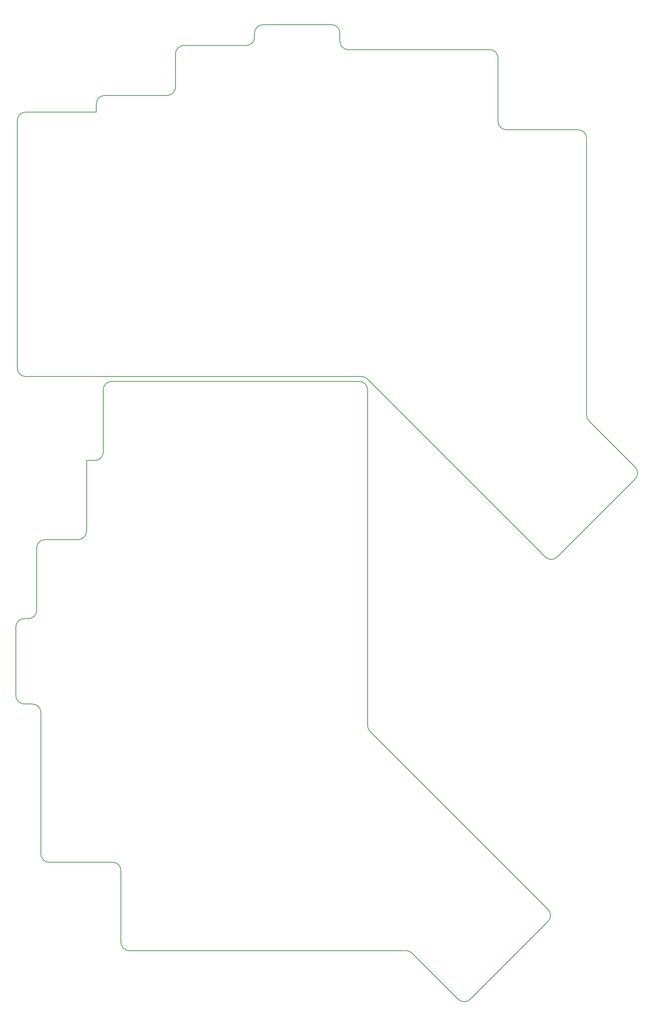
<source format=gbr>
%TF.GenerationSoftware,KiCad,Pcbnew,(6.0.7)*%
%TF.CreationDate,2022-08-26T13:32:48+02:00*%
%TF.ProjectId,lenz03_wired,6c656e7a-3033-45f7-9769-7265642e6b69,v1.0.0*%
%TF.SameCoordinates,Original*%
%TF.FileFunction,Profile,NP*%
%FSLAX46Y46*%
G04 Gerber Fmt 4.6, Leading zero omitted, Abs format (unit mm)*
G04 Created by KiCad (PCBNEW (6.0.7)) date 2022-08-26 13:32:48*
%MOMM*%
%LPD*%
G01*
G04 APERTURE LIST*
%TA.AperFunction,Profile*%
%ADD10C,0.150000*%
%TD*%
G04 APERTURE END LIST*
D10*
X107616317Y-235797790D02*
G75*
G03*
X106202107Y-235212000I-1414217J-1414210D01*
G01*
X50760000Y-27787000D02*
X50760000Y-19787000D01*
X121531058Y-246884096D02*
X140269387Y-228145766D01*
X71760000Y-12787000D02*
X88260000Y-12787000D01*
X12760000Y-95287000D02*
X12760000Y-35787000D01*
X33760000Y-29787000D02*
X48760000Y-29787000D01*
X52760000Y-17787000D02*
X67760000Y-17787000D01*
X161182052Y-121907014D02*
G75*
G03*
X161182096Y-119078630I-1414152J1414214D01*
G01*
X67760000Y-17787000D02*
G75*
G03*
X69760000Y-15787000I0J2000000D01*
G01*
X18411000Y-177962000D02*
G75*
G03*
X16411000Y-175962000I-2000000J0D01*
G01*
X128260000Y-20787000D02*
G75*
G03*
X126260000Y-18787000I-2000000J0D01*
G01*
X96910982Y-181130525D02*
G75*
G03*
X97496786Y-182544739I2000018J25D01*
G01*
X39661000Y-235212000D02*
X106202108Y-235212000D01*
X128260000Y-36037000D02*
X128260000Y-20787000D01*
X96911000Y-181130525D02*
X96911000Y-100462000D01*
X96911000Y-100462000D02*
G75*
G03*
X94911000Y-98462000I-2000000J0D01*
G01*
X29411000Y-134462000D02*
X29411000Y-117462000D01*
X14760000Y-97287000D02*
X95428525Y-97287000D01*
X52760000Y-17787000D02*
G75*
G03*
X50760000Y-19787000I0J-2000000D01*
G01*
X33411000Y-115462000D02*
X33411000Y-100462000D01*
X69760000Y-15787000D02*
X69760000Y-14787000D01*
X37661000Y-215962000D02*
X37661000Y-233212000D01*
X149510000Y-40037000D02*
G75*
G03*
X147510000Y-38037000I-2000000J0D01*
G01*
X90260000Y-14787000D02*
X90260000Y-16787000D01*
X96842738Y-97872786D02*
X139615339Y-140645387D01*
X17411000Y-153462000D02*
X17411000Y-138462000D01*
X149509994Y-106578107D02*
G75*
G03*
X150095786Y-107992321I2000006J7D01*
G01*
X18411000Y-211962000D02*
G75*
G03*
X20411000Y-213962000I2000000J0D01*
G01*
X118702630Y-246884096D02*
X107616321Y-235797786D01*
X140269387Y-225317339D02*
X97496786Y-182544738D01*
X12411000Y-173962000D02*
G75*
G03*
X14411000Y-175962000I2000000J0D01*
G01*
X31411000Y-117462000D02*
G75*
G03*
X33411000Y-115462000I0J2000000D01*
G01*
X118702586Y-246884140D02*
G75*
G03*
X121531058Y-246884096I1414214J1414240D01*
G01*
X48760000Y-29787000D02*
G75*
G03*
X50760000Y-27787000I0J2000000D01*
G01*
X19411000Y-136462000D02*
G75*
G03*
X17411000Y-138462000I0J-2000000D01*
G01*
X15411000Y-155462000D02*
G75*
G03*
X17411000Y-153462000I0J2000000D01*
G01*
X150095786Y-107992321D02*
X161182096Y-119078631D01*
X12411000Y-173962000D02*
X12411000Y-157462000D01*
X71760000Y-12787000D02*
G75*
G03*
X69760000Y-14787000I0J-2000000D01*
G01*
X12760000Y-95287000D02*
G75*
G03*
X14760000Y-97287000I2000000J0D01*
G01*
X14760000Y-33787000D02*
G75*
G03*
X12760000Y-35787000I0J-2000000D01*
G01*
X140269387Y-228145766D02*
G75*
G03*
X140269387Y-225317340I-1414214J1414213D01*
G01*
X31760000Y-33787000D02*
X31760000Y-31787000D01*
X29411000Y-117462000D02*
X31411000Y-117462000D01*
X142443766Y-140645387D02*
X161182096Y-121907058D01*
X27411000Y-136462000D02*
G75*
G03*
X29411000Y-134462000I0J2000000D01*
G01*
X92260000Y-18787000D02*
X126260000Y-18787000D01*
X139615386Y-140645340D02*
G75*
G03*
X142443766Y-140645388I1414214J1414140D01*
G01*
X35411000Y-98462000D02*
G75*
G03*
X33411000Y-100462000I0J-2000000D01*
G01*
X37661000Y-215962000D02*
G75*
G03*
X35661000Y-213962000I-2000000J0D01*
G01*
X90260000Y-14787000D02*
G75*
G03*
X88260000Y-12787000I-2000000J0D01*
G01*
X96842726Y-97872798D02*
G75*
G03*
X95428524Y-97287000I-1414226J-1414202D01*
G01*
X16411000Y-175962000D02*
X14411000Y-175962000D01*
X14411000Y-155462000D02*
X15411000Y-155462000D01*
X128260000Y-36037000D02*
G75*
G03*
X130260000Y-38037000I2000000J0D01*
G01*
X14411000Y-155462000D02*
G75*
G03*
X12411000Y-157462000I0J-2000000D01*
G01*
X37661000Y-233212000D02*
G75*
G03*
X39661000Y-235212000I2000000J0D01*
G01*
X94911000Y-98462000D02*
X35411000Y-98462000D01*
X147510000Y-38037000D02*
X130260000Y-38037000D01*
X14760000Y-33787000D02*
X31760000Y-33787000D01*
X33760000Y-29787000D02*
G75*
G03*
X31760000Y-31787000I0J-2000000D01*
G01*
X35661000Y-213962000D02*
X20411000Y-213962000D01*
X18411000Y-211962000D02*
X18411000Y-177962000D01*
X27411000Y-136462000D02*
X19411000Y-136462000D01*
X90260000Y-16787000D02*
G75*
G03*
X92260000Y-18787000I2000000J0D01*
G01*
X149510000Y-106578107D02*
X149510000Y-40037000D01*
M02*

</source>
